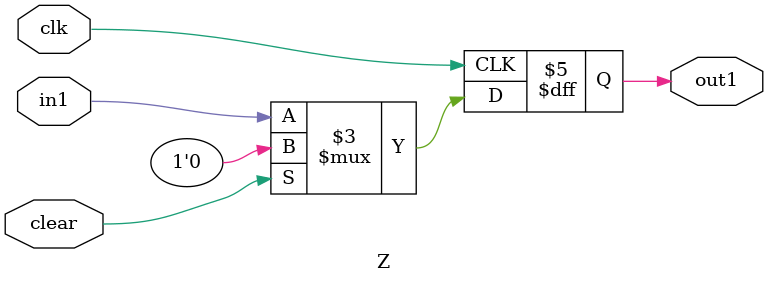
<source format=v>
`timescale 1ns / 1ps
module Z(in1,out1,clk,clear);
	input clk,clear;
	input in1;
	output out1;
	reg out1;
	
	always @(posedge clk)
   begin
		if(clear)
			out1 <= 1'b0;
		else
			out1 <= in1;
	end
endmodule

</source>
